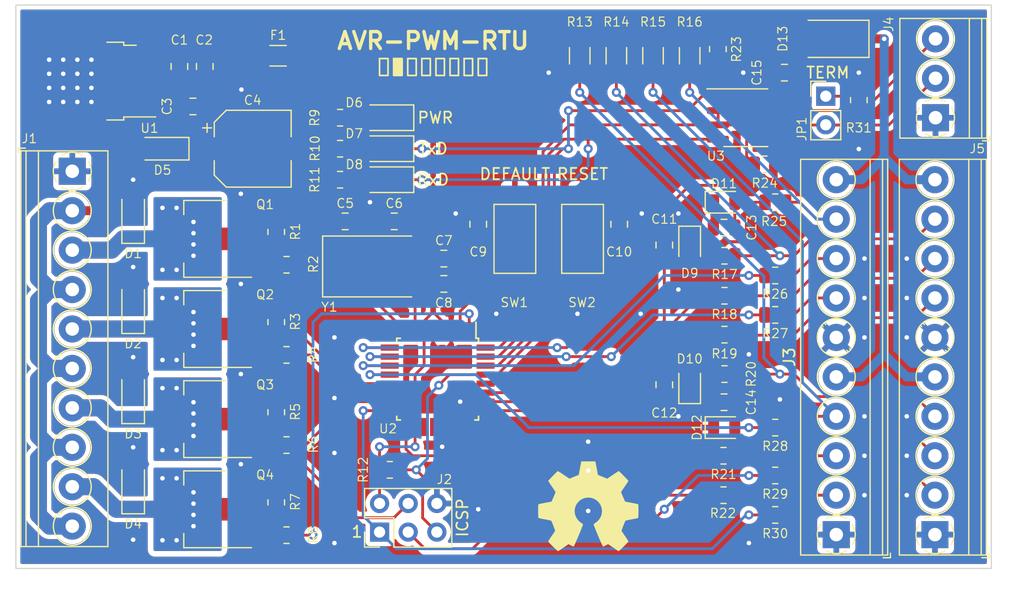
<source format=kicad_pcb>
(kicad_pcb (version 20211014) (generator pcbnew)
  (layers (0 "F.Cu" signal) (31 "B.Cu" signal) (34 "B.Paste" user) (35 "F.Paste" user) (36 "B.SilkS" user "B.Silkscreen") (37 "F.SilkS" user "F.Silkscreen") (38 "B.Mask" user) (39 "F.Mask" user) (44 "Edge.Cuts" user))
  (net 0 "")
  (net 1 "GND")
  (net 2 "Net-(C3-Pad2)")
  (net 3 "/+5V")
  (net 4 "/XT2")
  (net 5 "/XT1")
  (net 6 "/DEF")
  (net 7 "/RST")
  (net 8 "/BTN1")
  (net 9 "/BTN0")
  (net 10 "/+12V")
  (net 11 "Net-(D3-Pad1)")
  (net 12 "Net-(D4-Pad1)")
  (net 13 "/BTN2")
  (net 14 "Net-(JP1-Pad1)")
  (net 15 "Net-(Q1-Pad1)")
  (net 16 "Net-(Q2-Pad1)")
  (net 17 "Net-(Q3-Pad1)")
  (net 18 "Net-(Q4-Pad1)")
  (net 19 "/BTN3")
  (net 20 "Net-(D1-Pad1)")
  (net 21 "/+5V OUT")
  (net 22 "/PWM2")
  (net 23 "Net-(J4-Pad3)")
  (net 24 "/MSB3")
  (net 25 "/LSB3")
  (net 29 "Net-(J3-Pad8)")
  (net 30 "Net-(J3-Pad7)")
  (net 31 "Net-(J5-Pad2)")
  (net 32 "Net-(J5-Pad3)")
  (net 33 "Net-(J3-Pad3)")
  (net 34 "Net-(D2-Pad1)")
  (net 35 "Net-(J5-Pad8)")
  (net 36 "Net-(J3-Pad2)")
  (net 37 "/PWM0")
  (net 38 "/PWM1")
  (net 39 "Net-(J5-Pad7)")
  (net 40 "/PWM3")
  (net 41 "/MSB1")
  (net 42 "/LSB1")
  (net 43 "/MSB0")
  (net 44 "/RxD")
  (net 45 "/DIR")
  (net 46 "/MSB2")
  (net 47 "/LSB2")
  (net 48 "/TxD")
  (net 49 "Net-(J3-Pad4)")
  (net 50 "Net-(J5-Pad9)")
  (net 51 "Net-(D6-Pad2)")
  (net 52 "Net-(D7-Pad2)")
  (net 53 "Net-(D8-Pad2)")
  (net 54 "/LSB0")
  (net 55 "/+5V F1")
  (net 56 "Net-(R25-Pad1)")
  (net 57 "Net-(R13-Pad1)")
  (net 58 "Net-(J4-Pad2)")
  (net 59 "/MAX")
  (net 60 "/+5V IC")
  (footprint "Capacitor_SMD:C_0805_2012Metric" (layer "F.Cu") (at 81 89.45 90)
    (fp_text reference "C9")
    (fp_text value "10n")
  )
  (footprint "Diode_SMD:D_0805_2012Metric" (layer "F.Cu") (at 102.8125 107.5)
    (fp_text reference "D12")
    (fp_text value "D_TVS")
  )
  (footprint "Resistor_SMD:R_0805_2012Metric" (layer "F.Cu") (at 107.3375 97.5 180)
    (fp_text reference "R27")
    (fp_text value "470")
  )
  (footprint "Button_Switch_SMD:SW_SPST_CK_RS282G05A3" (layer "F.Cu") (at 84.25 90.75 90)
    (fp_text reference "SW1")
    (fp_text value "Default")
  )
  (footprint "NetTie:NetTie-2_SMD_Pad0.5mm" (layer "F.Cu") (at 77 75.25 90)
    (fp_text reference "NT1" hide)
    (fp_text value "NetTie_2" hide)
  )
  (footprint "TerminalBlock_Phoenix:TerminalBlock_Phoenix_PT-1,5-10-3.5-H_1x10_P3.50mm_Horizontal" (layer "F.Cu") (at 112.75 117 90)
    (fp_text reference "J3")
    (fp_text value "~")
  )
  (footprint "LED_SMD:LED_1206_3216Metric" (layer "F.Cu") (at 73 85.5 180)
    (fp_text reference "D8")
    (fp_text value "LED")
  )
  (footprint "Package_TO_SOT_SMD:SOT-223-3_TabPin2" (layer "F.Cu") (at 56.8 90.75 180)
    (fp_text reference "Q1")
    (fp_text value "~")
  )
  (footprint "Button_Switch_SMD:SW_SPST_CK_RS282G05A3" (layer "F.Cu") (at 90.25 90.75 90)
    (fp_text reference "SW2")
    (fp_text value "Reset")
  )
  (footprint "Resistor_SMD:R_0805_2012Metric" (layer "F.Cu") (at 107.3375 111.75 180)
    (fp_text reference "R29")
    (fp_text value "470")
  )
  (footprint "Connector_PinHeader_2.54mm:PinHeader_2x03_P2.54mm_Vertical" (layer "F.Cu") (at 72.25 116.775 90)
    (fp_text reference "J2")
    (fp_text value "ICSP")
  )
  (footprint "Resistor_SMD:R_1206_3216Metric" (layer "F.Cu") (at 99.75 74.5 90)
    (fp_text reference "R16")
    (fp_text value "1k")
  )
  (footprint "Capacitor_SMD:CP_Elec_6.3x5.4" (layer "F.Cu") (at 61 82.75)
    (fp_text reference "C4")
    (fp_text value "100u")
  )
  (footprint "Diode_SMD:D_0805_2012Metric" (layer "F.Cu") (at 99.75 91.3125 -90)
    (fp_text reference "D9")
    (fp_text value "D_TVS")
  )
  (footprint "Package_SO:SOIC-8_3.9x4.9mm_P1.27mm" (layer "F.Cu") (at 104.725 80)
    (fp_text reference "U3")
    (fp_text value "MAX485")
  )
  (footprint "Resistor_SMD:R_0805_2012Metric" (layer "F.Cu") (at 102.75 113.5 180)
    (fp_text reference "R22")
    (fp_text value "470")
  )
  (footprint "Symbol:OSHW-Symbol_8.9x8mm_SilkScreen" (layer "F.Cu") (at 90.75 114.5)
    (fp_text reference "REF**" hide)
    (fp_text value "OSHW-Symbol_8.9x8mm_SilkScreen" hide)
  )
  (footprint "Resistor_SMD:R_0805_2012Metric" (layer "F.Cu") (at 102.8375 102.75 180)
    (fp_text reference "R20")
    (fp_text value "470")
  )
  (footprint "Package_TO_SOT_SMD:TO-252-2" (layer "F.Cu") (at 47.1 76.75 180)
    (fp_text reference "U1")
    (fp_text value "L7805")
  )
  (footprint "Resistor_SMD:R_0805_2012Metric" (layer "F.Cu") (at 68.75 85.5 180)
    (fp_text reference "R11")
    (fp_text value "1k")
  )
  (footprint "Capacitor_SMD:C_0805_2012Metric" (layer "F.Cu") (at 108.15 76)
    (fp_text reference "C15")
    (fp_text value "100n")
  )
  (footprint "Capacitor_SMD:C_0805_2012Metric" (layer "F.Cu") (at 93.5 89.45 90)
    (fp_text reference "C10")
    (fp_text value "10n")
  )
  (footprint "Capacitor_SMD:C_0805_2012Metric" (layer "F.Cu") (at 54.5 75.45 90)
    (fp_text reference "C1")
    (fp_text value "100n")
  )
  (footprint "Resistor_SMD:R_0805_2012Metric" (layer "F.Cu") (at 64 101.05)
    (fp_text reference "R4")
    (fp_text value "100")
  )
  (footprint "Resistor_SMD:R_0805_2012Metric" (layer "F.Cu") (at 64 117.05)
    (fp_text reference "R8")
    (fp_text value "100")
  )
  (footprint "Resistor_SMD:R_0805_2012Metric" (layer "F.Cu") (at 102.8375 99.25 180)
    (fp_text reference "R19")
    (fp_text value "470")
  )
  (footprint "NetTie:NetTie-2_SMD_Pad0.5mm" (layer "F.Cu") (at 107.2 73.6 90)
    (fp_text reference "NT2" hide)
    (fp_text value "NetTie_2" hide)
  )
  (footprint "Resistor_SMD:R_0805_2012Metric" (layer "F.Cu") (at 106.3875 84.135 180)
    (fp_text reference "R24")
    (fp_text value "10k")
  )
  (footprint "Resistor_SMD:R_0805_2012Metric" (layer "F.Cu") (at 102.8375 92.25 180)
    (fp_text reference "R17")
    (fp_text value "470")
  )
  (footprint "Diode_SMD:D_SMA" (layer "F.Cu") (at 112.25 73 180)
    (fp_text reference "D13")
    (fp_text value "40V 1A")
  )
  (footprint "Diode_SMD:D_SOD-123" (layer "F.Cu") (at 53.1 82.75 180)
    (fp_text reference "D5")
    (fp_text value "1A")
  )
  (footprint "Diode_SMD:D_SOD-123" (layer "F.Cu") (at 50.4 96.9 90)
    (fp_text reference "D2")
    (fp_text value "D")
  )
  (footprint "Capacitor_SMD:C_0805_2012Metric" (layer "F.Cu") (at 77.95 92.5 180)
    (fp_text reference "C7")
    (fp_text value "100n")
  )
  (footprint "Capacitor_SMD:C_0805_2012Metric" (layer "F.Cu") (at 73.55 89.2)
    (fp_text reference "C6")
    (fp_text value "22p")
  )
  (footprint "Capacitor_SMD:C_0805_2012Metric" (layer "F.Cu") (at 69.2 89.2)
    (fp_text reference "C5")
    (fp_text value "22p")
  )
  (footprint "Diode_SMD:D_SOD-123" (layer "F.Cu") (at 50.4 112.9 90)
    (fp_text reference "D4")
    (fp_text value "D")
  )
  (footprint "LED_SMD:LED_1206_3216Metric" (layer "F.Cu") (at 73 82.75 180)
    (fp_text reference "D7")
    (fp_text value "LED")
  )
  (footprint "Resistor_SMD:R_1206_3216Metric" (layer "F.Cu") (at 63.25 74.5)
    (fp_text reference "F1")
    (fp_text value "24V 500mA")
  )
  (footprint "Resistor_SMD:R_0805_2012Metric" (layer "F.Cu") (at 73.1625 111.25)
    (fp_text reference "R12")
    (fp_text value "10k")
  )
  (footprint "Resistor_SMD:R_1206_3216Metric" (layer "F.Cu") (at 96.5 74.5 90)
    (fp_text reference "R15")
    (fp_text value "1k")
  )
  (footprint "Resistor_SMD:R_0805_2012Metric" (layer "F.Cu") (at 102.8375 95.8 180)
    (fp_text reference "R18")
    (fp_text value "470")
  )
  (footprint "Diode_SMD:D_0805_2012Metric" (layer "F.Cu") (at 102.8125 87.5)
    (fp_text reference "D11")
    (fp_text value "D_TVS")
  )
  (footprint "Package_QFP:TQFP-32_7x7mm_P0.8mm" (layer "F.Cu") (at 77.4 103.2 -90)
    (fp_text reference "U2")
    (fp_text value "ATmega328-A")
  )
  (footprint "Package_TO_SOT_SMD:SOT-223-3_TabPin2" (layer "F.Cu") (at 56.8 106.75 180)
    (fp_text reference "Q3")
    (fp_text value "~")
  )
  (footprint "Resistor_SMD:R_0805_2012Metric" (layer "F.Cu") (at 68.75 82.75 180)
    (fp_text reference "R10")
    (fp_text value "1k")
  )
  (footprint "Resistor_SMD:R_0805_2012Metric" (layer "F.Cu") (at 64 93.05)
    (fp_text reference "R2")
    (fp_text value "100")
  )
  (footprint "Resistor_SMD:R_0805_2012Metric" (layer "F.Cu") (at 107.3375 87.5 180)
    (fp_text reference "R25")
    (fp_text value "470")
  )
  (footprint "Resistor_SMD:R_0805_2012Metric" (layer "F.Cu") (at 114.75 78.4375 90)
    (fp_text reference "R31")
    (fp_text value "120")
  )
  (footprint "Package_TO_SOT_SMD:SOT-223-3_TabPin2" (layer "F.Cu") (at 56.8 114.75 180)
    (fp_text reference "Q4")
    (fp_text value "~")
  )
  (footprint "Diode_SMD:D_SOD-123" (layer "F.Cu") (at 50.4 88.9 90)
    (fp_text reference "D1")
    (fp_text value "D")
  )
  (footprint "Capacitor_SMD:C_0805_2012Metric" (layer "F.Cu") (at 97.5 103.7 -90)
    (fp_text reference "C12")
    (fp_text value "100n")
  )
  (footprint "Resistor_SMD:R_0805_2012Metric" (layer "F.Cu") (at 107.3375 107.5 180)
    (fp_text reference "R28")
    (fp_text value "470")
  )
  (footprint "Resistor_SMD:R_0805_2012Metric" (layer "F.Cu") (at 64 109.05)
    (fp_text reference "R6")
    (fp_text value "100")
  )
  (footprint "Capacitor_SMD:C_0805_2012Metric" (layer "F.Cu") (at 56.75 75.45 -90)
    (fp_text reference "C2")
    (fp_text value "10u")
  )
  (footprint "Connector_PinHeader_2.54mm:PinHeader_1x02_P2.54mm_Vertical" (layer "F.Cu") (at 111.820287 78.0906)
    (fp_text reference "JP1")
    (fp_text value "Term")
  )
  (footprint "Resistor_SMD:R_0805_2012Metric" (layer "F.Cu") (at 63.0875 114.1375 -90)
    (fp_text reference "R7")
    (fp_text value "10k")
  )
  (footprint "Capacitor_SMD:C_0805_2012Metric" (layer "F.Cu") (at 77.95 94.75 180)
    (fp_text reference "C8")
    (fp_text value "10n")
  )
  (footprint "Resistor_SMD:R_0805_2012Metric" (layer "F.Cu") (at 107.3375 115.25 180)
    (fp_text reference "R30")
    (fp_text value "470")
  )
  (footprint "Resistor_SMD:R_0805_2012Metric" (layer "F.Cu") (at 102.25 73.9125 -90)
    (fp_text reference "R23")
    (fp_text value "10k")
  )
  (footprint "Capacitor_SMD:C_0805_2012Metric" (layer "F.Cu") (at 97.5 91.3 90)
    (fp_text reference "C11")
    (fp_text value "100n")
  )
  (footprint "Diode_SMD:D_0805_2012Metric" (layer "F.Cu") (at 99.75 103.6875 90)
    (fp_text reference "D10")
    (fp_text value "D_TVS")
  )
  (footprint "Capacitor_SMD:C_0805_2012Metric" (layer "F.Cu") (at 55.7 79 180)
    (fp_text reference "C3")
    (fp_text value "100n")
  )
  (footprint "Resistor_SMD:R_0805_2012Metric" (layer "F.Cu") (at 63.0875 90.1375 -90)
    (fp_text reference "R1")
    (fp_text value "10k")
  )
  (footprint "LED_SMD:LED_1206_3216Metric" (layer "F.Cu") (at 73 80 180)
    (fp_text reference "D6")
    (fp_text value "LED")
  )
  (footprint "Resistor_SMD:R_0805_2012Metric" (layer "F.Cu") (at 107.3375 94 180)
    (fp_text reference "R26")
    (fp_text value "470")
  )
  (footprint "Crystal:Crystal_SMD_7050-2Pin_7.0x5.0mm" (layer "F.Cu") (at 71.4 93.2)
    (fp_text reference "Y1")
    (fp_text value "8M")
  )
  (footprint "Diode_SMD:D_SOD-123" (layer "F.Cu") (at 50.4 104.9 90)
    (fp_text reference "D3")
    (fp_text value "D")
  )
  (footprint "Capacitor_SMD:C_0805_2012Metric" (layer "F.Cu") (at 102.8 105.25 180)
    (fp_text reference "C14")
    (fp_text value "100n")
  )
  (footprint "Resistor_SMD:R_1206_3216Metric" (layer "F.Cu") (at 90 74.5 90)
    (fp_text reference "R13")
    (fp_text value "1k")
  )
  (footprint "TerminalBlock_Phoenix:TerminalBlock_Phoenix_PT-1,5-10-3.5-H_1x10_P3.50mm_Horizontal" (layer "F.Cu") (at 121.5 117 90)
    (fp_text reference "J5")
    (fp_text value "~")
  )
  (footprint "TerminalBlock_Phoenix:TerminalBlock_Phoenix_PT-1,5-3-3.5-H_1x03_P3.50mm_Horizontal" (layer "F.Cu") (at 121.55 80 90)
    (fp_text reference "J4")
    (fp_text value "RS485")
  )
  (footprint "Package_TO_SOT_SMD:SOT-223-3_TabPin2" (layer "F.Cu") (at 56.8 98.75 180)
    (fp_text reference "Q2")
    (fp_text value "~")
  )
  (footprint "Capacitor_SMD:C_0805_2012Metric" (layer "F.Cu") (at 102.8 89.75 180)
    (fp_text reference "C13")
    (fp_text value "100n")
  )
  (footprint "Resistor_SMD:R_0805_2012Metric" (layer "F.Cu") (at 63.0875 98.1375 -90)
    (fp_text reference "R3")
    (fp_text value "10k")
  )
  (footprint "Resistor_SMD:R_1206_3216Metric" (layer "F.Cu") (at 93.25 74.5 90)
    (fp_text reference "R14")
    (fp_text value "1k")
  )
  (footprint "TerminalBlock_Phoenix:TerminalBlock_Phoenix_PT-1,5-10-3.5-H_1x10_P3.50mm_Horizontal" (layer "F.Cu") (at 45 84.75 -90)
    (fp_text reference "J1")
    (fp_text value "Power")
  )
  (footprint "Resistor_SMD:R_0805_2012Metric" (layer "F.Cu") (at 63.0875 106.1375 -90)
    (fp_text reference "R5")
    (fp_text value "10k")
  )
  (footprint "Resistor_SMD:R_0805_2012Metric" (layer "F.Cu") (at 68.75 80 180)
    (fp_text reference "R9")
    (fp_text value "1k")
  )
  (footprint "Resistor_SMD:R_0805_2012Metric" (layer "F.Cu") (at 102.75 110 180)
    (fp_text reference "R21")
    (fp_text value "470")
  )
  (gr_rect (start 76.75 76.25) (end 76 74.75) (layer "F.SilkS") (width 0.15) (fill none))
  (gr_rect (start 78 76.25) (end 77.25 74.75) (layer "F.SilkS") (width 0.15) (fill none))
  (gr_rect (start 75.5 76.25) (end 74.75 74.75) (layer "F.SilkS") (width 0.15) (fill none))
  (gr_rect (start 81.75 76.25) (end 81 74.75) (layer "F.SilkS") (width 0.15) (fill none))
  (gr_rect (start 73 76.25) (end 72.25 74.75) (layer "F.SilkS") (width 0.15) (fill none))
  (gr_rect (start 80.5 76.25) (end 79.75 74.75) (layer "F.SilkS") (width 0.15) (fill none))
  (gr_rect (start 79.25 76.25) (end 78.5 74.75) (layer "F.SilkS") (width 0.15) (fill none))
  (gr_rect (start 74.25 76.25) (end 73.5 74.75) (layer "F.SilkS") (width 0.15) (fill solid))
  (gr_rect (start 40 70) (end 126.5 120) (layer "Edge.Cuts") (width 0.1) (fill none))
  (gr_text "TxD" (at 77 82.75) (layer "F.SilkS") (effects (font (size 1 1))))
  (gr_text "RxD" (at 77 85.5) (layer "F.SilkS") (effects (font (size 1 1))))
  (gr_text "DEFAULT" (at 84.25 85) (layer "F.SilkS") (effects (font (size 1 1))))
  (gr_text "PWR" (at 77.2 80) (layer "F.SilkS") (effects (font (size 1 1))))
  (gr_text "RESET" (at 90.25 85) (layer "F.SilkS") (effects (font (size 1 1))))
  (gr_text "1" (at 70.25 116.75) (layer "F.SilkS") (effects (font (size 1 1))))
  (gr_text "AVR-PWM-RTU" (at 77 73.175) (layer "F.SilkS") (effects (font (size 1.5 1.5) (thickness 0.3))))
  (gr_text "TERM" (at 112 76) (layer "F.SilkS") (effects (font (size 1 1))))
  (gr_text "ICSP" (at 79.6 115.5 90) (layer "F.SilkS") (effects (font (size 1 1))))
  (segment (start 81 87.75) (end 81.875 86.875) (width 0.25) (layer "F.Cu") (net 1))
  (segment (start 77 100) (end 77.4 100.4) (width 0.25) (layer "F.Cu") (net 1))
  (segment (start 77.8 109.2) (end 77.8 107.45) (width 0.25) (layer "F.Cu") (net 1))
  (segment (start 81.875 86.875) (end 84.25 86.875) (width 0.25) (layer "F.Cu") (net 1))
  (segment (start 107.3 84.135) (end 107.3 81.98) (width 0.25) (layer "F.Cu") (net 1))
  (segment (start 93.5 88.5) (end 93.5 87.75) (width 0.25) (layer "F.Cu") (net 1))
  (segment (start 78.6 100) (end 78.6 98.55) (width 0.25) (layer "F.Cu") (net 1))
  (segment (start 77.4 100.4) (end 78.2 100.4) (width 0.25) (layer "F.Cu") (net 1))
  (segment (start 92.625 86.875) (end 90.25 86.875) (width 0.25) (layer "F.Cu") (net 1))
  (segment (start 78.2 100.4) (end 78.6 100) (width 0.25) (layer "F.Cu") (net 1))
  (segment (start 81 88.5) (end 81 87.75) (width 0.25) (layer "F.Cu") (net 1))
  (segment (start 70.15 89.2) (end 72.6 89.2) (width 0.25) (layer "F.Cu") (net 1))
  (segment (start 77 98.55) (end 77 100) (width 0.25) (layer "F.Cu") (net 1))
  (segment (start 93.5 87.75) (end 92.625 86.875) (width 0.25) (layer "F.Cu") (net 1))
  (via (at 60 77.5) (size 0.8) (drill 0.4) (layers "F.Cu" "B.Cu") (net 1))
  (via (at 59.95 110.75) (size 0.8) (drill 0.4) (layers "F.Cu" "B.Cu") (net 1))
  (via (at 77.8 109.2) (size 0.8) (drill 0.4) (layers "F.Cu" "B.Cu") (net 1))
  (via (at 42.95 77.35) (size 0.8) (drill 0.4) (layers "F.Cu" "B.Cu") (net 1))
  (via (at 115.25 99.5) (size 0.8) (drill 0.4) (layers "F.Cu" "B.Cu") (net 1))
  (via (at 44.2 76.1) (size 0.8) (drill 0.4) (layers "F.Cu" "B.Cu") (net 1))
  (via (at 50.4 93.25) (size 0.8) (drill 0.4) (layers "F.Cu" "B.Cu") (net 1))
  (via (at 107.75 105) (size 0.8) (drill 0.4) (layers "F.Cu" "B.Cu") (net 1))
  (via (at 115.25 110) (size 0.8) (drill 0.4) (layers "F.Cu" "B.Cu") (net 1))
  (via (at 115.25 96) (size 0.8) (drill 0.4) (layers "F.Cu" "B.Cu") (net 1))
  (via (at 104.5 76) (size 0.8) (drill 0.4) (layers "F.Cu" "B.Cu") (net 1))
  (via (at 46.7 78.6) (size 0.8) (drill 0.4) (layers "F.Cu" "B.Cu") (net 1))
  (via (at 89.8 97.4) (size 0.8) (drill 0.4) (layers "F.Cu" "B.Cu") (net 1))
  (via (at 119 106.5) (size 0.8) (drill 0.4) (layers "F.Cu" "B.Cu") (net 1))
  (via (at 59.949758 94.75) (size 0.8) (drill 0.4) (layers "F.Cu" "B.Cu") (net 1))
  (via (at 68.25 104.875) (size 0.8) (drill 0.4) (layers "F.Cu" "B.Cu") (net 1))
  (via (at 98.75 88.5) (size 0.8) (drill 0.4) (layers "F.Cu" "B.Cu") (net 1))
  (via (at 44.2 77.35) (size 0.8) (drill 0.4) (layers "F.Cu" "B.Cu") (net 1))
  (via (at 44.2 74.85) (size 0.8) (drill 0.4) (layers "F.Cu" "B.Cu") (net 1))
  (via (at 42.95 78.6) (size 0.8) (drill 0.4) (layers "F.Cu" "B.Cu") (net 1))
  (via (at 119 113.5) (size 0.8) (drill 0.4) (layers "F.Cu" "B.Cu") (net 1))
  (via (at 50.4 117.45) (size 0.8) (drill 0.4) (layers "F.Cu" "B.Cu") (net 1))
  (via (at 79.4 105.2) (size 0.8) (drill 0.4) (layers "F.Cu" "B.Cu") (net 1))
  (via (at 68.25 109.75) (size 0.8) (drill 0.4) (layers "F.Cu" "B.Cu") (net 1))
  (via (at 119 92.5) (size 0.8) (drill 0.4) (layers "F.Cu" "B.Cu") (net 1))
  (via (at 95.5 88.5) (size 0.8) (drill 0.4) (layers "F.Cu" "B.Cu") (net 1))
  (via (at 45.45 76.1) (size 0.8) (drill 0.4) (layers "F.Cu" "B.Cu") (net 1))
  (via (at 90.75 108.75) (size 0.8) (drill 0.4) (layers "F.Cu" "B.Cu") (net 1))
  (via (at 59.949758 86.75) (size 0.8) (drill 0.4) (layers "F.Cu" "B.Cu") (net 1))
  (via (at 45.45 78.6) (size 0.8) (drill 0.4) (layers "F.Cu" "B.Cu") (net 1))
  (via (at 71.4 87.5) (size 0.8) (drill 0.4) (layers "F.Cu" "B.Cu") (net 1))
  (via (at 115.25 113.5) (size 0.8) (drill 0.4) (layers "F.Cu" "B.Cu") (net 1))
  (via (at 95.4 97.4) (size 0.8) (drill 0.4) (layers "F.Cu" "B.Cu") (net 1))
  (via (at 87.25 76) (size 0.8) (drill 0.4) (layers "F.Cu" "B.Cu") (net 1))
  (via (at 45.45 74.85) (size 0.8) (drill 0.4) (layers "F.Cu" "B.Cu") (net 1))
  (via (at 46.7 76.1) (size 0.8) (drill 0.4) (layers "F.Cu" "B.Cu") (net 1))
  (via (at 42.95 74.85) (size 0.8) (drill 0.4) (layers "F.Cu" "B.Cu") (net 1))
  (via (at 114.75 82.7806) (size 0.8) (drill 0.4) (layers "F.Cu" "B.Cu") (net 1))
  (via (at 79 88.5) (size 0.8) (drill 0.4) (layers "F.Cu" "B.Cu") (net 1))
  (via (at 98.75 106.5) (size 0.8) (drill 0.4) (layers "F.Cu" "B.Cu") (net 1))
  (via (at 81 114.75) (size 0.8) (drill 0.4) (layers "F.Cu" "B.Cu") (net 1))
  (via (at 68.25 117.75) (size 0.8) (drill 0.4) (layers "F.Cu" "B.Cu") (net 1))
  (via (at 105 101) (size 0.8) (drill 0.4) (layers "F.Cu" "B.Cu") (net 1))
  (via (at 115.25 106.5) (size 0.8) (drill 0.4) (layers "F.Cu" "B.Cu") (net 1))
  (via (at 45.45 77.35) (size 0.8) (drill 0.4) (layers "F.Cu" "B.Cu") (net 1))
  (via (at 114.75 76) (size 0.8) (drill 0.4) (layers "F.Cu" "B.Cu") (net 1))
  (via (at 119 96) (size 0.8) (drill 0.4) (layers "F.Cu" "B.Cu") (net 1))
  (via (at 50.4 85.5) (size 0.8) (drill 0.4) (layers "F.Cu" "B.Cu") (net 1))
  (via (at 90.75 114.9) (size 0.8) (drill 0.4) (layers "F.Cu" "B.Cu") (net 1))
  (via (at 119 99.5) (size 0.8) (drill 0.4) (layers "F.Cu" "B.Cu") (net 1))
  (via (at 98.75 95.25) (size 0.8) (drill 0.4) (layers "F.Cu" "B.Cu") (net 1))
  (via (at 50.4 109.25) (size 0.8) (drill 0.4) (layers "F.Cu" "B.Cu") (net 1))
  (via (at 46.7 77.35) (size 0.8) (drill 0.4) (layers "F.Cu" "B.Cu") (net 1))
  (via (at 115.25 92.5) (size 0.8) (drill 0.4) (layers "F.Cu" "B.Cu") (net 1))
  (via (at 90.756978 111.308131) (size 0.8) (drill 0.4) (layers "F.Cu" "B.Cu") (net 1))
  (via (at 42.95 76.1) (size 0.8) (drill 0.4) (layers "F.Cu" "B.Cu") (net 1))
  (via (at 59.95 102.75) (size 0.8) (drill 0.4) (layers "F.Cu" "B.Cu") (net 1))
  (via (at 68.25 99.5) (size 0.8) (drill 0.4) (layers "F.Cu" "B.Cu") (net 1))
  (via (at 105 117.75) (size 0.8) (drill 0.4) (layers "F.Cu" "B.Cu") (net 1))
  (via (at 50.4 101.25) (size 0.8) (drill 0.4) (layers "F.Cu" "B.Cu") (net 1))
  (via (at 44.2 78.6) (size 0.8) (drill 0.4) (layers "F.Cu" "B.Cu") (net 1))
  (via (at 119 110) (size 0.8) (drill 0.4) (layers "F.Cu" "B.Cu") (net 1))
  (via (at 46.7 74.85) (size 0.8) (drill 0.4) (layers "F.Cu" "B.Cu") (net 1))
  (via (at 82.6 97.4) (size 0.8) (drill 0.4) (layers "F.Cu" "B.Cu") (net 1))
  (segment (start 54.75 82.75) (end 58.2 82.75) (width 0.8) (layer "F.Cu") (net 2))
  (segment (start 54.75 82.75) (end 54.75 79) (width 0.8) (layer "F.Cu") (net 2))
  (segment (start 54.75 79) (end 51.3 79) (width 0.8) (layer "F.Cu") (net 2))
  (segment (start 51.3 74.5) (end 54.5 74.5) (width 0.8) (layer "F.Cu") (net 3))
  (segment (start 54.5 74.5) (end 56.75 74.5) (width 0.8) (layer "F.Cu") (net 3))
  (segment (start 61.7875 74.5) (end 56.75 74.5) (width 0.8) (layer "F.Cu") (net 3))
  (segment (start 68.25 90.5) (end 68.25 89.2) (width 0.25) (layer "F.Cu") (net 4))
  (segment (start 68.8 91.05) (end 68.25 90.5) (width 0.25) (layer "F.Cu") (net 4))
  (segment (start 68.8 93.2) (end 74.55 98.95) (width 0.25) (layer "F.Cu") (net 4))
  (segment (start 68.8 93.2) (end 68.8 91.05) (width 0.25) (layer "F.Cu") (net 4))
  (segment (start 74 93.2) (end 74 91) (width 0.25) (layer "F.Cu") (net 5))
  (segment (start 74 93.2) (end 74 95.4) (width 0.25) (layer "F.Cu") (net 5))
  (segment (start 74 91) (end 74.5 90.5) (width 0.25) (layer "F.Cu") (net 5))
  (segment (start 74 95.4) (end 75.4 96.8) (width 0.25) (layer "F.Cu") (net 5))
  (segment (start 74.5 90.5) (end 74.5 89.2) (width 0.25) (layer "F.Cu") (net 5))
  (segment (start 75.4 96.8) (end 75.4 98.95) (width 0.25) (layer "F.Cu") (net 5))
  (segment (start 81 93.75) (end 81 90.4) (width 0.25) (layer "F.Cu") (net 6))
  (segment (start 84.25 94.625) (end 82.125 94.625) (width 0.25) (layer "F.Cu") (net 6))
  (segment (start 79.4 97.174695) (end 81.949695 94.625) (width 0.25) (layer "F.Cu") (net 6))
  (segment (start 81.875 94.625) (end 81 93.75) (width 0.25) (layer "F.Cu") (net 6))
  (segment (start 82.125 94.625) (end 81.875 94.625) (width 0.25) (layer "F.Cu") (net 6))
  (segment (start 79.4 98.95) (end 79.4 97.174695) (width 0.25) (layer "F.Cu") (net 6))
  (segment (start 81.949695 94.625) (end 82.125 94.625) (width 0.25) (layer "F.Cu") (net 6))
  (segment (start 76.06978 115.51478) (end 77.33 116.775) (width 0.25) (layer "F.Cu") (net 7))
  (segment (start 88.25 95.5) (end 89.125 94.625) (width 0.25) (layer "F.Cu") (net 7))
  (segment (start 76.06978 111.81978) (end 76.06978 115.51478) (width 0.25) (layer "F.Cu") (net 7))
  (segment (start 81.65 102.8) (end 82.7 102.8) (width 0.25) (layer "F.Cu") (net 7))
  (segment (start 75.5 111.25) (end 76.06978 111.81978) (width 0.25) (layer "F.Cu") (net 7))
  (segment (start 89.125 94.625) (end 92.375 94.625) (width 0.25) (layer "F.Cu") (net 7))
  (segment (start 88.25 97.25) (end 88.25 95.5) (width 0.25) (layer "F.Cu") (net 7))
  (segment (start 74.075 111.25) (end 75.5 111.25) (width 0.25) (layer "F.Cu") (net 7))
  (segment (start 81.65 102.8) (end 78.45 102.8) (width 0.25) (layer "F.Cu") (net 7))
  (segment (start 92.375 94.625) (end 93.5 93.5) (width 0.25) (layer "F.Cu") (net 7))
  (segment (start 93.5 93.5) (end 93.5 90.4) (width 0.25) (layer "F.Cu") (net 7))
  (segment (start 82.7 102.8) (end 88.25 97.25) (width 0.25) (layer "F.Cu") (net 7))
  (segment (start 78.45 102.8) (end 77.5 103.75) (width 0.25) (layer "F.Cu") (net 7))
  (via (at 77.5 103.75) (size 0.8) (drill 0.4) (layers "F.Cu" "B.Cu") (net 7))
  (via (at 75.5 111.25) (size 0.8) (drill 0.4) (layers "F.Cu" "B.Cu") (net 7))
  (segment (start 76.5 104.75) (end 76.5 110.25) (width 0.25) (layer "B.Cu") (net 7))
  (segment (start 76.5 110.25) (end 75.5 111.25) (width 0.25) (layer "B.Cu") (net 7))
  (segment (start 77.5 103.75) (end 76.5 104.75) (width 0.25) (layer "B.Cu") (net 7))
  (segment (start 97.5 92.25) (end 97.5 98) (width 0.25) (layer "F.Cu") (net 8))
  (segment (start 97.5 98) (end 91.9 103.6) (width 0.25) (layer "F.Cu") (net 8))
  (segment (start 91.9 103.6) (end 81.65 103.6) (width 0.25) (layer "F.Cu") (net 8))
  (segment (start 99.75 92.25) (end 101.925 92.25) (width 0.25) (layer "F.Cu") (net 8))
  (segment (start 97.5 92.25) (end 99.75 92.25) (width 0.25) (layer "F.Cu") (net 8))
  (segment (start 92.5 106) (end 95.75 102.75) (width 0.25) (layer "F.Cu") (net 9))
  (segment (start 81.65 106) (end 92.5 106) (width 0.25) (layer "F.Cu") (net 9))
  (segment (start 99.75 102.75) (end 101.925 102.75) (width 0.25) (layer "F.Cu") (net 9))
  (segment (start 97.5 102.75) (end 95.75 102.75) (width 0.25) (layer "F.Cu") (net 9))
  (segment (start 97.5 102.75) (end 99.75 102.75) (width 0.25) (layer "F.Cu") (net 9))
  (segment (start 51.45 82.75) (end 48.9 82.75) (width 0.8) (layer "F.Cu") (net 10))
  (segment (start 48 83.65) (end 48 87.15) (width 0.8) (layer "F.Cu") (net 10))
  (segment (start 43 95.25) (end 42 96.25) (width 1.5) (layer "F.Cu") (net 10))
  (segment (start 42 101.25) (end 43 102.25) (width 1.5) (layer "F.Cu") (net 10))
  (segment (start 42 115.25) (end 43 116.25) (width 1.5) (layer "F.Cu") (net 10))
  (segment (start 42 110.25) (end 42 115.25) (width 1.5) (layer "F.Cu") (net 10))
  (segment (start 48 87.15) (end 46.9 88.25) (width 0.8) (layer "F.Cu") (net 10))
  (segment (start 42 96.25) (end 42 101.25) (width 1.5) (layer "F.Cu") (net 10))
  (segment (start 43 116.25) (end 45 116.25) (width 1.5) (layer "F.Cu") (net 10))
  (segment (start 42 89.25) (end 43 88.25) (width 1.5) (layer "F.Cu") (net 10))
  (segment (start 42 94.25) (end 42 89.25) (width 1.5) (layer "F.Cu") (net 10))
  (segment (start 42 108.25) (end 43 109.25) (width 1.5) (layer "F.Cu") (net 10))
  (segment (start 43 102.25) (end 45 102.25) (width 1.5) (layer "F.Cu") (net 10))
  (segment (start 46.9 88.25) (end 45 88.25) (width 0.8) (layer "F.Cu") (net 10))
  (segment (start 48.9 82.75) (end 48 83.65) (width 0.8) (layer "F.Cu") (net 10))
  (segment (start 42 103.25) (end 42 108.25) (width 1.5) (layer "F.Cu") (net 10))
  (segment (start 43 109.25) (end 45 109.25) (width 1.5) (layer "F.Cu") (net 10))
  (segment (start 43 109.25) (end 42 110.25) (width 1.5) (layer "F.Cu") (net 10))
  (segment (start 45 95.25) (end 43 95.25) (width 1.5) (layer "F.Cu") (net 10))
  (segment (start 43 88.25) (end 45 88.25) (width 1.5) (layer "F.Cu") (net 10))
  (segment (start 43 95.25) (end 42 94.25) (width 1.5) (layer "F.Cu") (net 10))
  (segment (start 43 102.25) (end 42 103.25) (width 1.5) (layer "F.Cu") (net 10))
  (segment (start 43 95.25) (end 42 94.25) (width 1.5) (layer "B.Cu") (net 10))
  (segment (start 45 95.25) (end 43 95.25) (width 1.5) (layer "B.Cu") (net 10))
  (segment (start 43 116.25) (end 45 116.25) (width 1.5) (layer "B.Cu") (net 10))
  (segment (start 43 102.25) (end 42 103.25) (width 1.5) (layer "B.Cu") (net 10))
  (segment (start 43 88.25) (end 45 88.25) (width 1.5) (layer "B.Cu") (net 10))
  (segment (start 42 103.25) (end 42 108.25) (width 1.5) (layer "B.Cu") (net 10))
  (segment (start 43 102.25) (end 45 102.25) (width 1.5) (layer "B.Cu") (net 10))
  (segment (start 42 101.25) (end 43 102.25) (width 1.5) (layer "B.Cu") (net 10))
  (segment (start 43 109.25) (end 42 110.25) (width 1.5) (layer "B.Cu") (net 10))
  (segment (start 42 96.25) (end 42 101.25) (width 1.5) (layer "B.Cu") (net 10))
  (segment (start 42 115.25) (end 43 116.25) (width 1.5) (layer "B.Cu") (net 10))
  (segment (start 42 89.25) (end 43 88.25) (width 1.5) (layer "B.Cu") (net 10))
  (segment (start 42 110.25) (end 42 115.25) (width 1.5) (layer "B.Cu") (net 10))
  (segment (start 43 95.25) (end 42 96.25) (width 1.5) (layer "B.Cu") (net 10))
  (segment (start 42 94.25) (end 42 89.25) (width 1.5) (layer "B.Cu") (net 10))
  (segment (start 43 109.25) (end 45 109.25) (width 1.5) (layer "B.Cu") (net 10))
  (segment (start 42 108.25) (end 43 109.25) (width 1.5) (layer "B.Cu") (net 10))
  (segment (start 48.5 106.75) (end 53.6 106.75) (width 1.5) (layer "F.Cu") (net 11))
  (segment (start 47.5 105.75) (end 48.5 106.75) (width 1.5) (layer "F.Cu") (net 11))
  (segment (start 45 105.75) (end 47.5 105.75) (width 1.5) (layer "F.Cu") (net 11))
  (via (at 54.25 109.5) (size 0.8) (drill 0.4) (layers "F.Cu" "B.Cu") (net 11))
  (via (at 53 104) (size 0.8) (drill 0.4) (layers "F.Cu" "B.Cu") (net 11))
  (via (at 55.75 106.25) (size 0.8) (drill 0.4) (layers "F.Cu" "B.Cu") (net 11))
  (via (at 55.75 108.25) (size 0.8) (drill 0.4) (layers "F.Cu" "B.Cu") (net 11))
  (via (at 54.25 104) (size 0.8) (drill 0.4) (layers "F.Cu" "B.Cu") (net 11))
  (via (at 55.75 107.25) (size 0.8) (drill 0.4) (layers "F.Cu" "B.Cu") (net 11))
  (via (at 53 109.5) (size 0.8) (drill 0.4) (layers "F.Cu" "B.Cu") (net 11))
  (via (at 55.75 105.25) (size 0.8) (drill 0.4) (layers "F.Cu" "B.Cu") (net 11))
  (segment (start 53.6 106.75) (end 48.5 106.75) (width 1.5) (layer "B.Cu") (net 11))
  (segment (start 47.5 105.75) (end 45 105.75) (width 1.5) (layer "B.Cu") (net 11))
  (segment (start 48.5 106.75) (end 47.5 105.75) (width 1.5) (layer "B.Cu") (net 11))
  (segment (start 48.9 114.75) (end 53.65 114.75) (width 1.5) (layer "F.Cu") (net 12))
  (segment (start 46.9 112.75) (end 48.9 114.75) (width 1.5) (layer "F.Cu") (net 12))
  (segment (start 45 112.75) (end 46.9 112.75) (width 1.5) (layer "F.Cu") (net 12))
  (via (at 53 117.5) (size 0.8) (drill 0.4) (layers "F.Cu" "B.Cu") (net 12))
  (via (at 54.25 112) (size 0.8) (drill 0.4) (layers "F.Cu" "B.Cu") (net 12))
  (via (at 55.75 116.25) (size 0.8) (drill 0.4) (layers "F.Cu" "B.Cu") (net 12))
  (via (at 55.75 114.25) (size 0.8) (drill 0.4) (layers "F.Cu" "B.Cu") (net 12))
  (via (at 55.75 115.25) (size 0.8) (drill 0.4) (layers "F.Cu" "B.Cu") (net 12))
  (via (at 54.25 117.5) (size 0.8) (drill 0.4) (layers "F.Cu" "B.Cu") (net 12))
  (via (at 53 112) (size 0.8) (drill 0.4) (layers "F.Cu" "B.Cu") (net 12))
  (via (at 55.75 113.25) (size 0.8) (drill 0.4) (layers "F.Cu" "B.Cu") (net 12))
  (segment (start 45 112.75) (end 46.9 112.75) (width 1.5) (layer "B.Cu") (net 12))
  (segment (start 46.9 112.75) (end 48.9 114.75) (width 1.5) (layer "B.Cu") (net 12))
  (segment (start 48.9 114.75) (end 53.672 114.75) (width 1.5) (layer "B.Cu") (net 12))
  (segment (start 95.25 90.5) (end 95.25 94) (width 0.25) (layer "F.Cu") (net 13))
  (segment (start 103.75 86.5) (end 103.25 86) (width 0.25) (layer "F.Cu") (net 13))
  (segment (start 95.25 94) (end 88.85 100.4) (width 0.25) (layer "F.Cu") (net 13))
  (segment (start 103.75 87.5) (end 103.75 86.5) (width 0.25) (layer "F.Cu") (net 13))
  (segment (start 103.75 87.5) (end 103.75 89.75) (width 0.25) (layer "F.Cu") (net 13))
  (segment (start 103.75 87.5) (end 106.0875 87.5) (width 0.25) (layer "F.Cu") (net 13))
  (segment (start 70.8 100.4) (end 73.15 100.4) (width 0.25) (layer "F.Cu") (net 13))
  (segment (start 99.75 86) (end 95.25 90.5) (width 0.25) (layer "F.Cu") (net 13))
  (segment (start 103.25 86) (end 99.75 86) (width 0.25) (layer "F.Cu") (net 13))
  (segment (start 88.85 100.4) (end 88 100.4) (width 0.25) (layer "F.Cu") (net 13))
  (via (at 70.8 100.4) (size 0.8) (drill 0.4) (layers "F.Cu" "B.Cu") (net 13))
  (via (at 88 100.4) (size 0.8) (drill 0.4) (layers "F.Cu" "B.Cu") (net 13))
  (segment (start 88 100.4) (end 70.8 100.4) (width 0.25) (layer "B.Cu") (net 13))
  (segment (start 113.1594 78.0906) (end 113.725 77.525) (width 0.25) (layer "F.Cu") (net 14))
  (segment (start 111.820287 78.0906) (end 113.1594 78.0906) (width 0.25) (layer "F.Cu") (net 14))
  (segment (start 113.725 77.525) (end 114.75 77.525) (width 0.25) (layer "F.Cu") (net 14))
  (segment (start 59.95 93.05) (end 63.0875 93.05) (width 0.25) (layer "F.Cu") (net 15))
  (segment (start 63 93.05) (end 63 91.05) (width 0.25) (layer "F.Cu") (net 15))
  (segment (start 63.0875 101.05) (end 63.0875 99.05) (width 0.25) (layer "F.Cu") (net 16))
  (segment (start 59.95 101.05) (end 63.0875 101.05) (width 0.25) (layer "F.Cu") (net 16))
  (segment (start 63.0875 109.05) (end 63.0875 107.05) (width 0.25) (layer "F.Cu") (net 17))
  (segment (start 63.0875 109.05) (end 59.95 109.05) (width 0.25) (layer "F.Cu") (net 17))
  (segment (start 59.95 117.05) (end 63.0875 117.05) (width 0.25) (layer "F.Cu") (net 18))
  (segment (start 63.0875 117.05) (end 63.0875 115.05) (width 0.25) (layer "F.Cu") (net 18))
  (segment (start 103.75 107.5) (end 103.75 105.25) (width 0.25) (layer "F.Cu") (net 19))
  (segment (start 106.0875 107.5) (end 104.75 107.5) (width 0.25) (layer "F.Cu") (net 19))
  (segment (start 71.4 102.8) (end 73.15 102.8) (width 0.25) (layer "F.Cu") (net 19))
  (segment (start 105 107.5) (end 103.75 107.5) (width 0.25) (layer "F.Cu") (net 19))
  (via (at 71.4 102.8) (size 0.8) (drill 0.4) (layers "F.Cu" "B.Cu") (net 19))
  (via (at 105 107.5) (size 0.8) (drill 0.4) (layers "F.Cu" "B.Cu") (net 19))
  (segment (start 80.8 102.8) (end 85.5 107.5) (width 0.25) (layer "B.Cu") (net 19))
  (segment (start 85.5 107.5) (end 105 107.5) (width 0.25) (layer "B.Cu") (net 19))
  (segment (start 71.4 102.8) (end 80.8 102.8) (width 0.25) (layer "B.Cu") (net 19))
  (segment (start 45 91.75) (end 48.5 91.75) (width 1.5) (layer "F.Cu") (net 20))
  (segment (start 49.5 90.75) (end 50.4 90.75) (width 1.5) (layer "F.Cu") (net 20))
  (segment (start 50.5 90.75) (end 53.6 90.75) (width 1.5) (layer "F.Cu") (net 20))
  (segment (start 48.5 91.75) (end 49.5 90.75) (width 1.5) (layer "F.Cu") (net 20))
  (via (at 55.75 91.25) (size 0.8) (drill 0.4) (layers "F.Cu" "B.Cu") (net 20))
  (via (at 55.75 89.25) (size 0.8) (drill 0.4) (layers "F.Cu" "B.Cu") (net 20))
  (via (at 54.25 93.5) (size 0.8) (drill 0.4) (layers "F.Cu" "B.Cu") (net 20))
  (via (at 54.25 88) (size 0.8) (drill 0.4) (layers "F.Cu" "B.Cu") (net 20))
  (via (at 55.75 90.25) (size 0.8) (drill 0.4) (layers "F.Cu" "B.Cu") (net 20))
  (via (at 53 88) (size 0.8) (drill 0.4) (layers "F.Cu" "B.Cu") (net 20))
  (via (at 55.75 92.25) (size 0.8) (drill 0.4) (layers "F.Cu" "B.Cu") (net 20))
  (via (at 53 93.5) (size 0.8) (drill 0.4) (layers "F.Cu" "B.Cu") (net 20))
  (segment (start 45 91.75) (end 48.5 91.75) (width 1.5) (layer "B.Cu") (net 20))
  (segment (start 49.5 90.75) (end 48.5 91.75) (width 1.5) (layer "B.Cu") (net 20))
  (segment (start 53.6 90.75) (end 49.5 90.75) (width 1.5) (layer "B.Cu") (net 20))
  (segment (start 117 73) (end 114.25 73) (width 0.8) (layer "F.Cu") (net 21))
  (via (at 117 73) (size 0.8) (drill 0.4) (layers "F.Cu" "B.Cu") (net 21))
  (segment (start 119 85.5) (end 121.5 85.5) (width 0.8) (layer "B.Cu") (net 21))
  (segment (start 117 83.5) (end 117 73) (width 0.8) (layer "B.Cu") (net 21))
  (segment (start 119 103) (end 121.5 103) (width 0.8) (layer "B.Cu") (net 21))
  (segment (start 117 83.5) (end 119 85.5) (width 0.8) (layer "B.Cu") (net 21))
  (segment (start 112.75 103) (end 115 103) (width 0.8) (layer "B.Cu") (net 21))
  (segment (start 112.75 85.5) (end 115 85.5) (width 0.8) (layer "B.Cu") (net 21))
  (segment (start 117 101) (end 119 103) (width 0.8) (layer "B.Cu") (net 21))
  (segment (start 115 103) (end 117 101) (width 0.8) (layer "B.Cu") (net 21))
  (segment (start 115 85.5) (end 117 83.5) (width 0.8) (layer "B.Cu") (net 21))
  (segment (start 117 101) (end 117 83.5) (width 0.8) (layer "B.Cu") (net 21))
  (segment (start 70.25 115.5) (end 64.9125 110.1625) (width 0.25) (layer "F.Cu") (net 22))
  (segment (start 74.79 114.235) (end 73.525 115.5) (width 0.25) (layer "F.Cu") (net 22))
  (segment (start 73.525 115.5) (end 70.25 115.5) (width 0.25) (layer "F.Cu") (net 22))
  (segment (start 73.15 105.2) (end 69.55 105.2) (width 0.25) (layer "F.Cu") (net 22))
  (segment (start 69.55 105.2) (end 65.7 109.05) (width 0.25) (layer "F.Cu") (net 22))
  (segment (start 65.7 109.05) (end 64.9125 109.05) (width 0.25) (layer "F.Cu") (net 22))
  (segment (start 64.9125 110.1625) (end 64.9125 109.05) (width 0.25) (layer "F.Cu") (net 22))
  (segment (start 115.2 79.35) (end 121.55 73) (width 0.25) (layer "F.Cu") (net 23))
  (segment (start 107.2 79.365) (end 114.735 79.365) (width 0.25) (layer "F.Cu") (net 23))
  (segment (start 74.6 109.425305) (end 75.174695 110) (width 0.25) (layer "F.Cu") (net 24))
  (segment (start 83.75 114.5) (end 84 114.75) (width 0.25) (layer "F.Cu") (net 24))
  (segment (start 106.0875 111.75) (end 104.75 111.75) (width 0.25) (layer "F.Cu") (net 24))
  (segment (start 80.5 118.25) (end 84 114.75) (width 0.25) (layer "F.Cu") (net 24))
  (segment (start 74.79 116.775) (end 76.25 118.235) (width 0.25) (layer "F.Cu") (net 24))
  (segment (start 83.75 114.5) (end 86.375 117.125) (width 0.25) (layer "F.Cu") (net 24))
  (segment (start 86.375 117.125) (end 95.125 117.125) (width 0.25) (layer "F.Cu") (net 24))
  (segment (start 79.25 110) (end 83.75 114.5) (width 0.25) (layer "F.Cu") (net 24))
  (segment (start 74.6 109.425305) (end 74.6 107.45) (width 0.25) (layer "F.Cu") (net 24))
  (segment (start 75.174695 110) (end 79.25 110) (width 0.25) (layer "F.Cu") (net 24))
  (segment (start 76.25 118.25) (end 80.5 118.25) (width 0.25) (layer "F.Cu") (net 24))
  (segment (start 95.125 117.125) (end 97.5 114.75) (width 0.25) (layer "F.Cu") (net 24))
  (segment (start 76.25 118.235) (end 76.25 118.25) (width 0.25) (layer "F.Cu") (net 24))
  (via (at 97.5 114.75) (size 0.8) (drill 0.4) (layers "F.Cu" "B.Cu") (net 24))
  (via (at 105 111.75) (size 0.8) (drill 0.4) (layers "F.Cu" "B.Cu") (net 24))
  (segment (start 97.5 114.75) (end 100.5 111.75) (width 0.25) (layer "B.Cu") (net 24))
  (segment (start 100.5 111.75) (end 104.75 111.75) (width 0.25) (layer "B.Cu") (net 24))
  (segment (start 106.0875 115.25) (end 104.75 115.25) (width 0.25) (layer "F.Cu") (net 25))
  (segment (start 70.8 106) (end 73.15 106) (width 0.25) (layer "F.Cu") (net 25))
  (via (at 70.8 106) (size 0.8) (drill 0.4) (layers "F.Cu" "B.Cu") (net 25))
  (via (at 105 115.25) (size 0.8) (drill 0.4) (layers "F.Cu" "B.Cu") (net 25))
  (segment (start 72.275 116.775) (end 73.75 118.25) (width 0.25) (layer "B.Cu") (net 25))
  (segment (start 70.8 106) (end 70.8 115.325) (width 0.25) (layer "B.Cu") (net 25))
  (segment (start 70.8 115.325) (end 72.25 116.775) (width 0.25) (layer "B.Cu") (net 25))
  (segment (start 101.75 118.25) (end 104.75 115.25) (width 0.25) (layer "B.Cu") (net 25))
  (segment (start 73.75 118.25) (end 101.75 118.25) (width 0.25) (layer "B.Cu") (net 25))
  (segment (start 107.6625 94) (end 109 94) (width 0.25) (layer "F.Cu") (net 29))
  (segment (start 109 94) (end 110.5 92.5) (width 0.25) (layer "F.Cu") (net 29))
  (segment (start 110.5 92.5) (end 112.75 92.5) (width 0.25) (layer "F.Cu") (net 29))
  (segment (start 107.6625 97.5) (end 109 97.5) (width 0.25) (layer "F.Cu") (net 30))
  (segment (start 110.5 96) (end 112.75 96) (width 0.25) (layer "F.Cu") (net 30))
  (segment (start 109 97.5) (end 110.5 96) (width 0.25) (layer "F.Cu") (net 30))
  (segment (start 119.75 111.75) (end 121.5 113.5) (width 0.25) (layer "F.Cu") (net 31))
  (segment (start 109 113.5) (end 110.75 111.75) (width 0.25) (layer "F.Cu") (net 31))
  (segment (start 103.9125 113.5) (end 109 113.5) (width 0.25) (layer "F.Cu") (net 31))
  (segment (start 110.75 111.75) (end 119.75 111.75) (width 0.25) (layer "F.Cu") (net 31))
  (segment (start 108.9 110) (end 109 110) (width 0.25) (layer "F.Cu") (net 32))
  (segment (start 103.9125 110) (end 108.9 110) (width 0.25) (layer "F.Cu") (net 32))
  (segment (start 109 110) (end 110.75 108.25) (width 0.25) (layer "F.Cu") (net 32))
  (segment (start 121.5 110) (end 119.75 108.25) (width 0.25) (layer "F.Cu") (net 32))
  (segment (start 119.75 108.25) (end 110.75 108.25) (width 0.25) (layer "F.Cu") (net 32))
  (segment (start 107.9125 111.75) (end 109 111.75) (width 0.25) (layer "F.Cu") (net 33))
  (segment (start 109 111.75) (end 110.75 110) (width 0.25) (layer "F.Cu") (net 33))
  (segment (start 110.75 110) (end 112.75 110) (width 0.25) (layer "F.Cu") (net 33))
  (segment (start 45 98.75) (end 53.6 98.75) (width 1.5) (layer "F.Cu") (net 34))
  (via (at 55.75 99.25) (size 0.8) (drill 0.4) (layers "F.Cu" "B.Cu") (net 34))
  (via (at 53 96) (size 0.8) (drill 0.4) (layers "F.Cu" "B.Cu") (net 34))
  (via (at 54.25 96) (size 0.8) (drill 0.4) (layers "F.Cu" "B.Cu") (net 34))
  (via (at 55.75 98.25) (size 0.8) (drill 0.4) (layers "F.Cu" "B.Cu") (net 34))
  (via (at 54.25 101.5) (size 0.8) (drill 0.4) (layers "F.Cu" "B.Cu") (net 34))
  (via (at 55.75 100.25) (size 0.8) (drill 0.4) (layers "F.Cu" "B.Cu") (net 34))
  (via (at 55.75 97.25) (size 0.8) (drill 0.4) (layers "F.Cu" "B.Cu") (net 34))
  (via (at 53 101.5) (size 0.8) (drill 0.4) (layers "F.Cu" "B.Cu") (net 34))
  (segment (start 45 98.75) (end 53.6 98.75) (width 1.5) (layer "B.Cu") (net 34))
  (segment (start 103.6625 95.8) (end 108.95 95.8) (width 0.25) (layer "F.Cu") (net 35))
  (segment (start 108.95 95.8) (end 110.5 94.25) (width 0.25) (layer "F.Cu") (net 35))
  (segment (start 119.75 94.25) (end 121.181802 92.818198) (width 0.25) (layer "F.Cu") (net 35))
  (segment (start 110.5 94.25) (end 119.75 94.25) (width 0.25) (layer "F.Cu") (net 35))
  (segment (start 112.75 113.5) (end 110.75 113.5) (width 0.25) (layer "F.Cu") (net 36))
  (segment (start 109 115.25) (end 110.75 113.5) (width 0.25) (layer "F.Cu") (net 36))
  (segment (start 107.9125 115.25) (end 109 115.25) (width 0.25) (layer "F.Cu") (net 36))
  (segment (start 69.6 103.6) (end 73.15 103.6) (width 0.25) (layer "F.Cu") (net 37))
  (segment (start 64.9125 93.05) (end 64.9125 98.9125) (width 0.25) (layer "F.Cu") (net 37))
  (segment (start 64.9125 98.9125) (end 69.6 103.6) (width 0.25) (layer "F.Cu") (net 37))
  (segment (start 69.4 104.4) (end 66.05 101.05) (width 0.25) (layer "F.Cu") (net 38))
  (segment (start 66.05 101.05) (end 64.9125 101.05) (width 0.25) (layer "F.Cu") (net 38))
  (segment (start 73.15 104.4) (end 69.4 104.4) (width 0.25) (layer "F.Cu") (net 38))
  (segment (start 108.95 99.3) (end 110.5 97.75) (width 0.25) (layer "F.Cu") (net 39))
  (segment (start 110.5 97.75) (end 119.75 97.75) (width 0.25) (layer "F.Cu") (net 39))
  (segment (start 119.75 97.75) (end 121.181802 96.318198) (width 0.25) (layer "F.Cu") (net 39))
  (segment (start 103.6625 99.3) (end 108.95 99.3) (width 0.25) (layer "F.Cu") (net 39))
  (segment (start 66.35 117.05) (end 64.925 117.05) (width 0.25) (layer "F.Cu") (net 40))
  (segment (start 80.2 98.95) (end 80.2 97.4) (width 0.25) (layer "F.Cu") (net 40))
  (via (at 80.2 97.4) (size 0.8) (drill 0.4) (layers "F.Cu" "B.Cu") (net 40))
  (via (at 66.35 117.05) (size 0.8) (drill 0.4) (layers "F.Cu" "B.Cu") (net 40))
  (segment (start 66.3375 98.1625) (end 66.35 98.175) (width 0.25) (layer "B.Cu") (net 40))
  (segment (start 66.3375 98.1625) (end 67.1 97.4) (width 0.25) (layer "B.Cu") (net 40))
  (segment (start 67.1 97.4) (end 80.2 97.4) (width 0.25) (layer "B.Cu") (net 40))
  (segment (start 66.35 98.175) (end 66.35 117.05) (width 0.25) (layer "B.Cu") (net 40))
  (segment (start 92.1 104.4) (end 100.7 95.8) (width 0.25) (layer "F.Cu") (net 41))
  (segment (start 81.65 104.4) (end 92.1 104.4) (width 0.25) (layer "F.Cu") (net 41))
  (segment (start 100.7 95.8) (end 101.8375 95.8) (width 0.25) (layer "F.Cu") (net 41))
  (segment (start 81.65 105.2) (end 92.3 105.2) (width 0.25) (layer "F.Cu") (net 42))
  (segment (start 92.3 105.2) (end 98.2 99.3) (width 0.25) (layer "F.Cu") (net 42))
  (segment (start 98.2 99.3) (end 101.8375 99.3) (width 0.25) (layer "F.Cu") (net 42))
  (segment (start 102.0875 110) (end 82.75 110) (width 0.25) (layer "F.Cu") (net 43))
  (segment (start 82.75 110) (end 80.2 107.45) (width 0.25) (layer "F.Cu") (net 43))
  (segment (start 89.005582 79.372813) (end 99.567187 79.372813) (width 0.25) (layer "F.Cu") (net 44))
  (segment (start 74.4 82.75) (end 76 82.75) (width 0.25) (layer "F.Cu") (net 44))
  (segment (start 102.25 74.825) (end 102.25 78.095) (width 0.25) (layer "F.Cu") (net 44))
  (segment (start 99.567187 79.372813) (end 100.845 78.095) (width 0.25) (layer "F.Cu") (net 44))
  (segment (start 82.75 102) (end 87.75 97) (width 0.25) (layer "F.Cu") (net 44))
  (segment (start 100.845 78.095) (end 102.275 78.095) (width 0.25) (layer "F.Cu") (net 44))
  (segment (start 88.5 82.75) (end 89 82.75) (width 0.25) (layer "F.Cu") (net 44))
  (segment (start 81.65 102) (end 82.75 102) (width 0.25) (layer "F.Cu") (net 44))
  (segment (start 87.75 83.5) (end 88.5 82.75) (width 0.25) (layer "F.Cu") (net 44))
  (segment (start 87.75 97) (end 87.75 83.5) (width 0.25) (layer "F.Cu") (net 44))
  (via (at 76 82.75) (size 0.8) (drill 0.4) (layers "F.Cu" "B.Cu") (net 44))
  (via (at 89 82.75) (size 0.8) (drill 0.4) (layers "F.Cu" "B.Cu") (net 44))
  (via (at 89.005582 79.372813) (size 0.8) (drill 0.4) (layers "F.Cu" "B.Cu") (net 44))
  (segment (start 89 79.378395) (end 89.005582 79.372813) (width 0.25) (layer "B.Cu") (net 44))
  (segment (start 76 82.75) (end 89 82.75) (width 0.25) (layer "B.Cu") (net 44))
  (segment (start 89 82.75) (end 89 79.378395) (width 0.25) (layer "B.Cu") (net 44))
  (segment (start 102.275 80.635) (end 104.3 80.635) (width 0.25) (layer "F.Cu") (net 45))
  (segment (start 82.85 100.4) (end 86.75 96.5) (width 0.25) (layer "F.Cu") (net 45))
  (segment (start 89.115 80.635) (end 102.275 80.635) (width 0.25) (layer "F.Cu") (net 45))
  (segment (start 86.75 83) (end 89.115 80.635) (width 0.25) (layer "F.Cu") (net 45))
  (segment (start 86.75 96.5) (end 86.75 83) (width 0.25) (layer "F.Cu") (net 45))
  (segment (start 104.8 81.135) (end 104.8 83.46) (width 0.25) (layer "F.Cu") (net 45))
  (segment (start 104.3 80.635) (end 104.8 81.135) (width 0.25) (layer "F.Cu") (net 45))
  (segment (start 102.275 79.365) (end 102.275 80.635) (width 0.25) (layer "F.Cu") (net 45))
  (segment (start 81.65 100.4) (end 82.85 100.4) (width 0.25) (layer "F.Cu") (net 45))
  (segment (start 104.8 83.46) (end 105.475 84.135) (width 0.25) (layer "F.Cu") (net 45))
  (segment (start 106.0875 94) (end 104.75 94) (width 0.25) (layer "F.Cu") (net 46))
  (segment (start 70.8 102) (end 73.15 102) (width 0.25) (layer "F.Cu") (net 46))
  (via (at 70.8 102) (size 0.8) (drill 0.4) (layers "F.Cu" "B.Cu") (net 46))
  (via (at 105 94) (size 0.8) (drill 0.4) (layers "F.Cu" "B.Cu") (net 46))
  (segment (start 70.8 102) (end 89.5 102) (width 0.25) (layer "B.Cu") (net 46))
  (segment (start 104.75 94) (end 97.5 94) (width 0.25) (layer "B.Cu") (net 46))
  (segment (start 97.5 94) (end 89.5 102) (width 0.25) (layer "B.Cu") (net 46))
  (segment (start 71.4 101.2) (end 73.15 101.2) (width 0.25) (layer "F.Cu") (net 47))
  (segment (start 88.8 101.2) (end 93 101.2) (width 0.25) (layer "F.Cu") (net 47))
  (segment (start 106.0875 97.5) (end 104.75 97.5) (width 0.25) (layer "F.Cu") (net 47))
  (via (at 71.4 101.2) (size 0.8) (drill 0.4) (layers "F.Cu" "B.Cu") (net 47))
  (via (at 88.8 101.2) (size 0.8) (drill 0.4) (layers "F.Cu" "B.Cu") (net 47))
  (via (at 92.8 101.2) (size 0.8) (drill 0.4) (layers "F.Cu" "B.Cu") (net 47))
  (via (at 105 97.5) (size 0.8) (drill 0.4) (layers "F.Cu" "B.Cu") (net 47))
  (segment (start 92.8 101.2) (end 96.5 97.5) (width 0.25) (layer "B.Cu") (net 47))
  (segment (start 71.4 101.2) (end 88.8 101.2) (width 0.25) (layer "B.Cu") (net 47))
  (segment (start 96.5 97.5) (end 104.75 97.5) (width 0.25) (layer "B.Cu") (net 47))
  (segment (start 81.65 101.2) (end 82.8 101.2) (width 0.25) (layer "F.Cu") (net 48))
  (segment (start 87.25 96.75) (end 87.25 83.25) (width 0.25) (layer "F.Cu") (net 48))
  (segment (start 74.4 85.5) (end 76 85.5) (width 0.25) (layer "F.Cu") (net 48))
  (segment (start 88.595 81.905) (end 90.655 81.905) (width 0.25) (layer "F.Cu") (net 48))
  (segment (start 82.8 101.2) (end 87.25 96.75) (width 0.25) (layer "F.Cu") (net 48))
  (segment (start 90.75 82.75) (end 90.75 82) (width 0.25) (layer "F.Cu") (net 48))
  (segment (start 87.25 83.25) (end 88.595 81.905) (width 0.25) (layer "F.Cu") (net 48))
  (segment (start 90.655 81.905) (end 102.275 81.905) (width 0.25) (layer "F.Cu") (net 48))
  (segment (start 90.75 82) (end 90.655 81.905) (width 0.25) (layer "F.Cu") (net 48))
  (via (at 76 85.5) (size 0.8) (drill 0.4) (layers "F.Cu" "B.Cu") (net 48))
  (via (at 90.75 82.75) (size 0.8) (drill 0.4) (layers "F.Cu" "B.Cu") (net 48))
  (segment (start 76 85.5) (end 89.5 85.5) (width 0.25) (layer "B.Cu") (net 48))
  (segment (start 90.75 84.25) (end 90.75 82.75) (width 0.25) (layer "B.Cu") (net 48))
  (segment (start 89.5 85.5) (end 90.75 84.25) (width 0.25) (layer "B.Cu") (net 48))
  (segment (start 108.75 107.5) (end 109.75 106.5) (width 0.25) (layer "F.Cu") (net 49))
  (segment (start 96.5 75.9625) (end 96.5 77.75) (width 0.25) (layer "F.Cu") (net 49))
  (segment (start 109.75 106.5) (end 112.75 106.5) (width 0.25) (layer "F.Cu") (net 49))
  (segment (start 108.25 107.5) (end 108.75 107.5) (width 0.25) (layer "F.Cu") (net 49))
  (via (at 96.5 77.75) (size 0.8) (drill 0.4) (layers "F.Cu" "B.Cu") (net 49))
  (segment (start 109.75 91) (end 109.75 103.5) (width 0.25) (layer "B.Cu") (net 49))
  (segment (start 96.5 77.75) (end 109.75 91) (width 0.25) (layer "B.Cu") (net 49))
  (segment (start 109.75 103.5) (end 112.75 106.5) (width 0.25) (layer "B.Cu") (net 49))
  (segment (start 103.625 92.25) (end 109 92.25) (width 0.25) (layer "F.Cu") (net 50))
  (segment (start 119.75 90.75) (end 121.5 89) (width 0.25) (layer "F.Cu") (net 50))
  (segment (start 110.5 90.75) (end 119.75 90.75) (width 0.25) (layer "F.Cu") (net 50))
  (segment (start 109 92.25) (end 110.5 90.75) (width 0.25) (layer "F.Cu") (net 50))
  (segment (start 93.25 75.9625) (end 93.25 77.75) (width 0.25) (layer "F.Cu") (net 50))
  (via (at 93.25 77.75) (size 0.8) (drill 0.4) (layers "F.Cu" "B.Cu") (net 50))
  (via (at 107.75 92.25) (size 0.8) (drill 0.4) (layers "F.Cu" "B.Cu") (net 50))
  (segment (start 93.25 77.75) (end 107.75 92.25) (width 0.25) (layer "B.Cu") (net 50))
  (segment (start 69.6625 80) (end 71.6 80) (width 0.25) (layer "F.Cu") (net 51))
  (segment (start 69.6625 82.75) (end 71.6 82.75) (width 0.25) (layer "F.Cu") (net 52))
  (segment (start 69.6625 85.5) (end 71.6 85.5) (width 0.25) (layer "F.Cu") (net 53))
  (segment (start 102.0875 113.5) (end 84.525 113.5) (width 0.25) (layer "F.Cu") (net 54))
  (segment (start 84.525 113.5) (end 79.4 108.375) (width 0.25) (layer "F.Cu") (net 54))
  (segment (start 79.4 108.375) (end 79.4 107.45) (width 0.25) (layer "F.Cu") (net 54))
  (segment (start 78.6 73) (end 77.1 74.5) (width 0.8) (layer "F.Cu") (net 55))
  (segment (start 110.25 73) (end 107.2 73) (width 0.8) (layer "F.Cu") (net 55))
  (segment (start 107.2 73) (end 78.6 73) (width 0.8) (layer "F.Cu") (net 55))
  (segment (start 64.7125 74.5) (end 77.1 74.5) (width 0.8) (layer "F.Cu") (net 55))
  (segment (start 99.75 75.9625) (end 99.75 77.75) (width 0.25) (layer "F.Cu") (net 56))
  (segment (start 111 89) (end 112.75 89) (width 0.25) (layer "F.Cu") (net 56))
  (segment (start 107.9125 87.5) (end 109.5 87.5) (width 0.25) (layer "F.Cu") (net 56))
  (segment (start 109.5 87.5) (end 111 89) (width 0.25) (layer "F.Cu") (net 56))
  (via (at 99.75 77.75) (size 0.8) (drill 0.4) (layers "F.Cu" "B.Cu") (net 56))
  (segment (start 99.75 77.75) (end 111 89) (width 0.25) (layer "B.Cu") (net 56))
  (segment (start 111 89) (end 112.75 89) (width 0.25) (layer "B.Cu") (net 56))
  (segment (start 103.6625 102.75) (end 109 102.75) (width 0.25) (layer "F.Cu") (net 57))
  (segment (start 90 75.9625) (end 90 77.75) (width 0.25) (layer "F.Cu") (net 57))
  (segment (start 109 102.75) (end 111 104.75) (width 0.25) (layer "F.Cu") (net 57))
  (segment (start 119.75 104.75) (end 121.5 106.5) (width 0.25) (layer "F.Cu") (net 57))
  (segment (start 111 104.75) (end 119.75 104.75) (width 0.25) (layer "F.Cu") (net 57))
  (via (at 90 77.75) (size 0.8) (drill 0.4) (layers "F.Cu" "B.Cu") (net 57))
  (via (at 107.75 102.75) (size 0.8) (drill 0.4) (layers "F.Cu" "B.Cu") (net 57))
  (segment (start 90 77.75) (end 106.325 94.075) (width 0.25) (layer "B.Cu") (net 57))
  (segment (start 106.325 101.325) (end 107.75 102.75) (width 0.25) (layer "B.Cu") (net 57))
  (segment (start 106.325 94.075) (end 106.325 101.325) (width 0.25) (layer "B.Cu") (net 57))
  (segment (start 121.55 76.5) (end 117.4 80.65) (width 0.25) (layer "F.Cu") (net 58))
  (segment (start 107.24 80.65) (end 117.4 80.65) (width 0.25) (layer "F.Cu") (net 58))
  (segment (start 107.2 78.095) (end 107.2 76.525) (width 0.25) (layer "F.Cu") (net 59))
  (segment (start 107.2 76) (end 107.2 74.1) (width 0.25) (layer "F.Cu") (net 59))
  (segment (start 75.4 107.45) (end 75.4 102.8) (width 0.25) (layer "F.Cu") (net 60))
  (segment (start 72.25 114.235) (end 72.25 111.25) (width 0.25) (layer "F.Cu") (net 60))
  (segment (start 77 97.25) (end 76.2 98.05) (width 0.25) (layer "F.Cu") (net 60))
  (segment (start 76.2 98.05) (end 76.2 98.95) (width 0.25) (layer "F.Cu") (net 60))
  (segment (start 76.2 102) (end 76.2 98.95) (width 0.25) (layer "F.Cu") (net 60))
  (segment (start 77.025 95.5) (end 77 95.525) (width 0.5) (layer "F.Cu") (net 60))
  (segment (start 77 95.525) (end 77 97.25) (width 0.5) (layer "F.Cu") (net 60))
  (segment (start 72.25 109.2) (end 72.25 111.25) (width 0.25) (layer "F.Cu") (net 60))
  (segment (start 75.4 107.45) (end 75.4 109.2) (width 0.25) (layer "F.Cu") (net 60))
  (segment (start 77.8 98.05) (end 77.8 98.95) (width 0.25) (layer "F.Cu") (net 60))
  (segment (start 67.8375 82.75) (end 67.8375 85.5) (width 0.25) (layer "F.Cu") (net 60))
  (segment (start 77.025 93.8) (end 77.025 95.5) (width 0.5) (layer "F.Cu") (net 60))
  (segment (start 67.8375 78.6625) (end 68.75 77.75) (width 0.25) (layer "F.Cu") (net 60))
  (segment (start 77 77.5) (end 77 93.775) (width 0.5) (layer "F.Cu") (net 60))
  (segment (start 67.8375 80) (end 67.8375 78.6625) (width 0.25) (layer "F.Cu") (net 60))
  (segment (start 77 93.775) (end 77.025 93.8) (width 0.5) (layer "F.Cu") (net 60))
  (segment (start 77 75.75) (end 77 77.5) (width 0.5) (layer "F.Cu") (net 60))
  (segment (start 75.4 102.8) (end 76.2 102) (width 0.25) (layer "F.Cu") (net 60))
  (segment (start 68.75 77.75) (end 77 77.75) (width 0.25) (layer "F.Cu") (net 60))
  (segment (start 67.8375 80) (end 67.8375 82.75) (width 0.25) (layer "F.Cu") (net 60))
  (segment (start 77 97.25) (end 77.8 98.05) (width 0.25) (layer "F.Cu") (net 60))
  (via (at 75.4 109.2) (size 0.8) (drill 0.4) (layers "F.Cu" "B.Cu") (net 60))
  (via (at 72.25 109.2) (size 0.8) (drill 0.4) (layers "F.Cu" "B.Cu") (net 60))
  (segment (start 75.4 109.2) (end 72.25 109.2) (width 0.25) (layer "B.Cu") (net 60))
  (zone (net 34) (net_name "Net-(D2-Pad1)") (layer "F.Cu") (priority 1) (connect_pads yes (clearance 0.508)) (min_thickness 0.254) (fill yes (thermal_gap 0.508) (thermal_bridge_width 0.508))
    (polygon (pts (xy 58.25 97.75) (xy 61 97.75) (xy 61 99.75) (xy 58.25 99.75) (xy 58.25 102.45) (xy 52.2 102.45) (xy 52.2 95.05) (xy 58.25 95.05)))
  )
  (zone (net 0) (net_name "") (layer "F.Cu") (connect_pads (clearance 0)) (min_thickness 0.254)
    (keepout (tracks allowed) (vias allowed) (pads allowed) (copperpour not_allowed) (footprints allowed))
    (fill (thermal_gap 0.508) (thermal_bridge_width 0.508))
    (polygon (pts (xy 64.6 75.9) (xy 61.9 75.9) (xy 61.9 73.1) (xy 64.6 73.1)))
  )
  (zone (net 1) (net_name "GND") (layer "F.Cu") (connect_pads yes (clearance 0.508)) (min_thickness 0.254) (fill yes (thermal_gap 0.508) (thermal_bridge_width 0.508))
    (polygon (pts (xy 49.2 80.6) (xy 41 80.6) (xy 41 72.8) (xy 49.2 72.8)))
  )
  (zone (net 20) (net_name "Net-(D1-Pad1)") (layer "F.Cu") (priority 1) (connect_pads yes (clearance 0.508)) (min_thickness 0.254) (fill yes (thermal_gap 0.508) (thermal_bridge_width 0.508))
    (polygon (pts (xy 58.25 89.75) (xy 61 89.75) (xy 61 91.75) (xy 58.25 91.75) (xy 58.25 94.45) (xy 52.2 94.45) (xy 52.2 87.05) (xy 58.25 87.05)))
  )
  (zone (net 12) (net_name "Net-(D4-Pad1)") (layer "F.Cu") (priority 1) (connect_pads yes (clearance 0.508)) (min_thickness 0.254) (fill yes (thermal_gap 0.508) (thermal_bridge_width 0.508))
    (polygon (pts (xy 58.25 113.75) (xy 61 113.75) (xy 61 115.75) (xy 58.25 115.75) (xy 58.25 118.45) (xy 52.2 118.45) (xy 52.2 111.05) (xy 58.25 111.05)))
  )
  (zone (net 11) (net_name "Net-(D3-Pad1)") (layer "F.Cu") (priority 1) (connect_pads yes (clearance 0.508)) (min_thickness 0.254) (fill yes (thermal_gap 0.508) (thermal_bridge_width 0.508))
    (polygon (pts (xy 58.25 105.75) (xy 61 105.75) (xy 61 107.75) (xy 58.25 107.75) (xy 58.25 110.45) (xy 52.2 110.45) (xy 52.2 103.05) (xy 58.25 103.05)))
  )
  (zone (net 0) (net_name "") (layer "F.Cu") (connect_pads (clearance 0)) (min_thickness 0.254)
    (keepout (tracks allowed) (vias allowed) (pads allowed) (copperpour not_allowed) (footprints allowed))
    (fill (thermal_gap 0.508) (thermal_bridge_width 0.508))
    (polygon (pts (xy 113.3 74.4) (xy 111.2 74.4) (xy 111.2 71.6) (xy 113.3 71.6)))
  )
  (zone locked (net 1) (net_name "GND") (layer "F.Cu") (connect_pads (clearance 0.4)) (min_thickness 0.25) (fill yes (thermal_gap 0.5) (thermal_bridge_width 0.5) (island_removal_mode 2) (island_area_min 1))
    (polygon (pts (xy 126.5 120) (xy 40 120) (xy 40 70) (xy 126.5 70)))
  )
  (zone (net 34) (net_name "Net-(D2-Pad1)") (layer "B.Cu") (priority 1) (connect_pads yes (clearance 0.508)) (min_thickness 0.254) (fill yes (thermal_gap 0.508) (thermal_bridge_width 0.508))
    (polygon (pts (xy 58.25 97.75) (xy 58.25 99.75) (xy 58.25 102.45) (xy 52.2 102.45) (xy 52.2 95.05) (xy 58.25 95.05)))
  )
  (zone (net 11) (net_name "Net-(D3-Pad1)") (layer "B.Cu") (priority 1) (connect_pads yes (clearance 0.508)) (min_thickness 0.254) (fill yes (thermal_gap 0.508) (thermal_bridge_width 0.508))
    (polygon (pts (xy 58.25 105.75) (xy 58.25 107.75) (xy 58.25 110.45) (xy 52.2 110.45) (xy 52.2 103.05) (xy 58.25 103.05)))
  )
  (zone (net 20) (net_name "Net-(D1-Pad1)") (layer "B.Cu") (priority 1) (connect_pads yes (clearance 0.508)) (min_thickness 0.254) (fill yes (thermal_gap 0.508) (thermal_bridge_width 0.508))
    (polygon (pts (xy 58.25 89.75) (xy 58.25 91.75) (xy 58.25 94.45) (xy 52.2 94.45) (xy 52.2 87.05) (xy 58.25 87.05)))
  )
  (zone (net 1) (net_name "GND") (layer "B.Cu") (connect_pads (clearance 0.4)) (min_thickness 0.25) (fill yes (thermal_gap 0.5) (thermal_bridge_width 0.5) (island_removal_mode 2) (island_area_min 5))
    (polygon (pts (xy 126.5 120) (xy 40 120) (xy 40 70) (xy 126.5 70)))
  )
  (zone (net 12) (net_name "Net-(D4-Pad1)") (layer "B.Cu") (priority 1) (connect_pads yes (clearance 0.508)) (min_thickness 0.254) (fill yes (thermal_gap 0.508) (thermal_bridge_width 0.508))
    (polygon (pts (xy 58.25 113.75) (xy 58.25 115.75) (xy 58.25 118.45) (xy 52.2 118.45) (xy 52.2 111.05) (xy 58.25 111.05)))
  )
)
</source>
